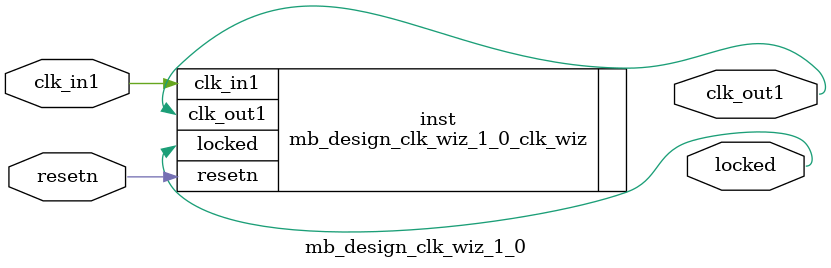
<source format=v>


`timescale 1ps/1ps

(* CORE_GENERATION_INFO = "mb_design_clk_wiz_1_0,clk_wiz_v6_0_11_0_0,{component_name=mb_design_clk_wiz_1_0,use_phase_alignment=true,use_min_o_jitter=false,use_max_i_jitter=false,use_dyn_phase_shift=false,use_inclk_switchover=false,use_dyn_reconfig=false,enable_axi=0,feedback_source=FDBK_AUTO,PRIMITIVE=MMCM,num_out_clk=1,clkin1_period=10.000,clkin2_period=10.000,use_power_down=false,use_reset=true,use_locked=true,use_inclk_stopped=false,feedback_type=SINGLE,CLOCK_MGR_TYPE=NA,manual_override=false}" *)

module mb_design_clk_wiz_1_0 
 (
  // Clock out ports
  output        clk_out1,
  // Status and control signals
  input         resetn,
  output        locked,
 // Clock in ports
  input         clk_in1
 );

  mb_design_clk_wiz_1_0_clk_wiz inst
  (
  // Clock out ports  
  .clk_out1(clk_out1),
  // Status and control signals               
  .resetn(resetn), 
  .locked(locked),
 // Clock in ports
  .clk_in1(clk_in1)
  );

endmodule

</source>
